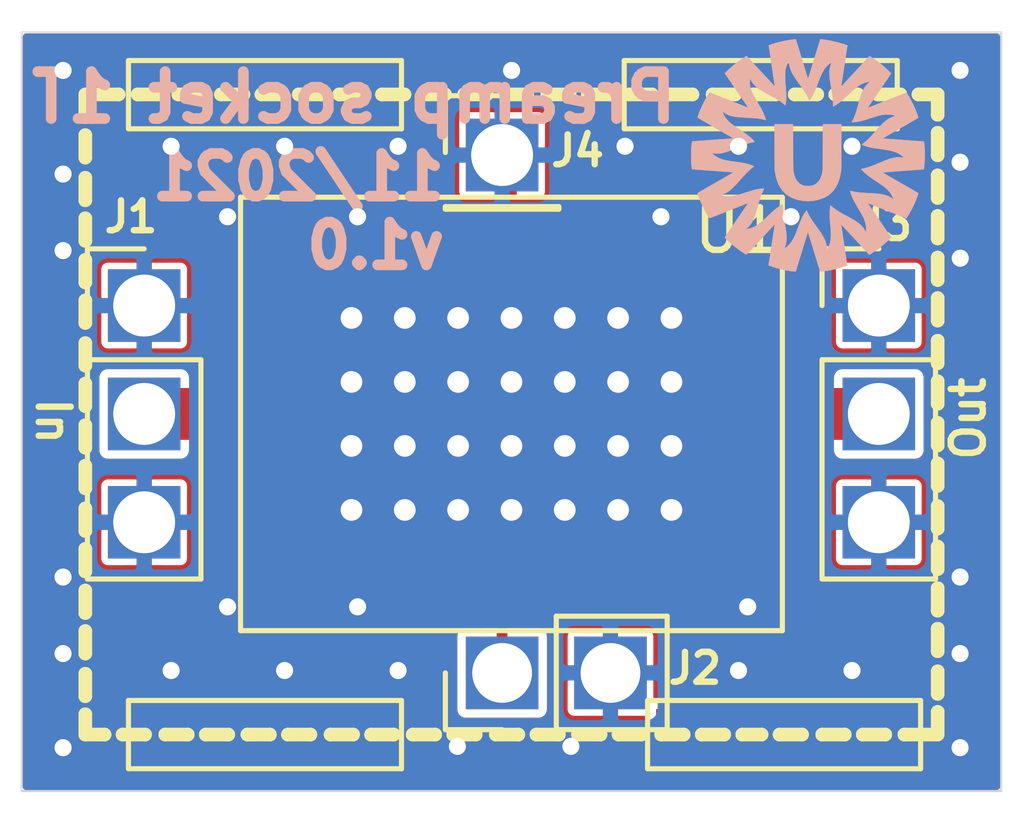
<source format=kicad_pcb>
(kicad_pcb (version 20171130) (host pcbnew "(5.1.12)-1")
  (title_block (date 2021-11-24) (rev v1.0))
  (layers (0 F.Cu signal) (31 B.Cu signal) (34 B.Paste user) (35 F.Paste user) (36 B.SilkS user) (37 F.SilkS user) (38 B.Mask user hide) (39 F.Mask user hide) (44 Edge.Cuts user))
  (net 0 "")
  (net 1 "Net-(J2-Pad1)")
  (net 2 GND)
  (net 3 "Net-(J1-Pad2)")
  (net 4 "Net-(J3-Pad2)")
  (module _Custom:Shield_15mm_20mm (layer F.Cu) (at 157.0136 99.1266)
    (fp_text reference Sh1 hide)
    (fp_text value RF_Shield_One_Piece)
  )
  (module _Custom:S0971-46R-shield_clip (layer F.Cu) (at 163.4136 106.6278 180)
    (fp_text reference S5 hide)
    (fp_text value shield_clip)
    (pad 1 smd rect (at 2 0 180) (size 2 1.2) (layers F.Cu F.Paste F.Mask) (net 2 GND))
    (pad 1 smd rect (at 0 0 180) (size 1.4 1.2) (layers F.Cu F.Paste F.Mask) (net 2 GND))
    (pad 1 smd rect (at -2 0 180) (size 2 1.2) (layers F.Cu F.Paste F.Mask) (net 2 GND))
  )
  (module _Custom:Preci-dip_PinHeader_1x01_rect (layer F.Cu) (at 156.8036 92.9816)
    (fp_text reference J4 (at 1.77 -0.04) (layer F.SilkS) (effects (font (size 0.7 0.7))))
    (fp_text value GND)
    (pad 1 thru_hole rect (at 0 0.0608) (size 1.7 1.7) (drill 1.45) (layers *.Cu *.Mask) (net 2 GND))
  )
  (module _Custom:Preci-dip_PinHeader_1x03_rect (layer F.Cu) (at 165.6336 96.5708)
    (fp_text reference J3 (at 0.1628 -1.8992) (layer F.SilkS) (effects (font (size 0.7 0.7))))
    (fp_text value Out)
    (pad 1 thru_hole rect (at 0 0) (size 1.7 1.7) (drill 1.45) (layers *.Cu *.Mask) (net 2 GND))
    (pad 2 thru_hole rect (at 0 2.54) (size 1.7 1.7) (drill 1.45) (layers *.Cu *.Mask) (net 4 "Net-(J3-Pad2)"))
    (pad 3 thru_hole rect (at 0 5.08) (size 1.7 1.7) (drill 1.45) (layers *.Cu *.Mask) (net 2 GND))
  )
  (module _Custom:Preci-dip_PinHeader_1x03_rect (layer F.Cu) (at 148.4136 96.5708)
    (fp_text reference J1 (at -0.31 -2.0828) (layer F.SilkS) (effects (font (size 0.7 0.7))))
    (fp_text value In)
    (pad 1 thru_hole rect (at 0 0) (size 1.7 1.7) (drill 1.45) (layers *.Cu *.Mask) (net 2 GND))
    (pad 2 thru_hole rect (at 0 2.54) (size 1.7 1.7) (drill 1.45) (layers *.Cu *.Mask) (net 3 "Net-(J1-Pad2)"))
    (pad 3 thru_hole rect (at 0 5.08) (size 1.7 1.7) (drill 1.45) (layers *.Cu *.Mask) (net 2 GND))
  )
  (module _Custom:Preci-dip_PinHeader_1x02_rect (layer F.Cu) (at 156.8036 105.1816 90)
    (fp_text reference J2 (at 0.11 4.52) (layer F.SilkS) (effects (font (size 0.7 0.7))))
    (fp_text value VCC)
    (pad 2 thru_hole rect (at 0 2.54 90) (size 1.7 1.7) (drill 1.4) (layers *.Cu *.Mask) (net 2 GND))
    (pad 1 thru_hole rect (at 0 0 90) (size 1.7 1.7) (drill 1.4) (layers *.Cu *.Mask) (net 1 "Net-(J2-Pad1)"))
  )
  (module _Custom:Preamp_WMA1R0C (layer F.Cu) (at 157.0228 99.1108)
    (fp_text reference U1 (at 5.3 -4.3) (layer F.SilkS))
    (fp_text value Preamp)
    (fp_poly (pts (xy 5.5 -2.3) (xy 4.28 -2.3) (xy 4.28 -2.8) (xy 5.5 -2.8)) (layer F.Cu) (width 0.1))
    (fp_poly (pts (xy -4.29 -2.3) (xy -5.4 -2.3) (xy -5.4 -2.8) (xy -4.29 -2.8)) (layer F.Cu) (width 0.1))
    (fp_poly (pts (xy -4.29 2.8) (xy -5.4 2.8) (xy -5.4 2.3) (xy -4.29 2.3)) (layer F.Cu) (width 0.1))
    (pad 4 thru_hole custom (at 3.75 -2.25) (size 1 1) (drill 0.508) (layers *.Cu *.Mask) (net 2 GND) (options (clearance outline) (anchor circle)) (primitives (gr_poly (pts (xy 0.57 5.49) (xy -8.07 5.49) (xy -8.07 -0.99) (xy 0.57 -0.99)) (width 0.1))))
    (pad 3 smd roundrect (at 6.045 0) (size 1.47 1.47) (layers F.Cu F.Paste F.Mask) (net 4 "Net-(J3-Pad2)"))
    (pad 1 smd roundrect (at -6.045 0) (size 1.47 1.47) (layers F.Cu F.Paste F.Mask) (net 3 "Net-(J1-Pad2)"))
    (pad 4 thru_hole circle (at -3.75 -2.25) (size 1 1) (drill 0.508) (layers *.Cu *.Mask) (net 2 GND))
    (pad 4 thru_hole circle (at -2.5 -2.25) (size 1 1) (drill 0.508) (layers *.Cu *.Mask) (net 2 GND))
    (pad 4 thru_hole circle (at -1.25 -2.25) (size 1 1) (drill 0.508) (layers *.Cu *.Mask) (net 2 GND))
    (pad 4 thru_hole circle (at 1.25 -2.25) (size 1 1) (drill 0.508) (layers *.Cu *.Mask) (net 2 GND))
    (pad 4 thru_hole circle (at 0 -2.25) (size 1 1) (drill 0.508) (layers *.Cu *.Mask) (net 2 GND))
    (pad 4 thru_hole circle (at -3.75 -0.75) (size 1 1) (drill 0.508) (layers *.Cu *.Mask) (net 2 GND))
    (pad 4 thru_hole circle (at -2.5 -0.75) (size 1 1) (drill 0.508) (layers *.Cu *.Mask) (net 2 GND))
    (pad 4 thru_hole circle (at -1.25 -0.75) (size 1 1) (drill 0.508) (layers *.Cu *.Mask) (net 2 GND))
    (pad 4 thru_hole circle (at 3.75 -0.75) (size 1 1) (drill 0.508) (layers *.Cu *.Mask) (net 2 GND))
    (pad 4 thru_hole circle (at 2.5 -0.75) (size 1 1) (drill 0.508) (layers *.Cu *.Mask) (net 2 GND))
    (pad 4 thru_hole circle (at 1.25 -0.75) (size 1 1) (drill 0.508) (layers *.Cu *.Mask) (net 2 GND))
    (pad 4 thru_hole circle (at 0 -0.75) (size 1 1) (drill 0.508) (layers *.Cu *.Mask) (net 2 GND))
    (pad 4 thru_hole circle (at -3.75 2.25) (size 1 1) (drill 0.508) (layers *.Cu *.Mask) (net 2 GND))
    (pad 4 thru_hole circle (at -2.5 2.25) (size 1 1) (drill 0.508) (layers *.Cu *.Mask) (net 2 GND))
    (pad 4 thru_hole circle (at -1.25 2.25) (size 1 1) (drill 0.508) (layers *.Cu *.Mask) (net 2 GND))
    (pad 4 thru_hole circle (at 3.75 2.25) (size 1 1) (drill 0.508) (layers *.Cu *.Mask) (net 2 GND))
    (pad 4 thru_hole circle (at 2.5 2.25) (size 1 1) (drill 0.508) (layers *.Cu *.Mask) (net 2 GND))
    (pad 4 thru_hole circle (at 1.25 2.25) (size 1 1) (drill 0.508) (layers *.Cu *.Mask) (net 2 GND))
    (pad 4 thru_hole circle (at 0 2.25) (size 1 1) (drill 0.508) (layers *.Cu *.Mask) (net 2 GND))
    (pad 4 thru_hole circle (at -3.75 0.75) (size 1 1) (drill 0.508) (layers *.Cu *.Mask) (net 2 GND))
    (pad 4 thru_hole circle (at -2.5 0.75) (size 1 1) (drill 0.508) (layers *.Cu *.Mask) (net 2 GND))
    (pad 4 thru_hole circle (at -1.25 0.75) (size 1 1) (drill 0.508) (layers *.Cu *.Mask) (net 2 GND))
    (pad 4 thru_hole circle (at 3.75 0.75) (size 1 1) (drill 0.508) (layers *.Cu *.Mask) (net 2 GND))
    (pad 4 thru_hole circle (at 2.5 0.75) (size 1 1) (drill 0.508) (layers *.Cu *.Mask) (net 2 GND))
    (pad 4 thru_hole circle (at 1.25 0.75) (size 1 1) (drill 0.508) (layers *.Cu *.Mask) (net 2 GND))
    (pad 4 thru_hole circle (at 0 0.75) (size 1 1) (drill 0.508) (layers *.Cu *.Mask) (net 2 GND))
    (pad 2 smd roundrect (at 6.045 2.54) (size 1.47 1.47) (layers F.Cu F.Paste F.Mask) (net 1 "Net-(J2-Pad1)"))
    (pad 4 smd rect (at -6.045 -2.54) (size 1.47 1.47) (layers F.Cu F.Paste F.Mask) (net 2 GND))
    (pad 4 smd rect (at -6.045 2.54) (size 1.47 1.47) (layers F.Cu F.Paste F.Mask) (net 2 GND))
    (pad 4 smd rect (at 6.03 -2.54) (size 1.47 1.47) (layers F.Cu F.Paste F.Mask) (net 2 GND))
    (pad 4 thru_hole circle (at 2.5 -2.25) (size 1 1) (drill 0.508) (layers *.Cu *.Mask) (net 2 GND))
  )
  (module _Custom:S0971-46R-shield_clip (layer F.Cu) (at 162.866 91.627)
    (fp_text reference S6 hide)
    (fp_text value shield_clip)
    (pad 1 smd rect (at -2 0) (size 2 1.2) (layers F.Cu F.Paste F.Mask) (net 2 GND))
    (pad 1 smd rect (at 0 0) (size 1.4 1.2) (layers F.Cu F.Paste F.Mask) (net 2 GND))
    (pad 1 smd rect (at 2 0) (size 2 1.2) (layers F.Cu F.Paste F.Mask) (net 2 GND))
  )
  (module _Custom:S0971-46R-shield_clip (layer F.Cu) (at 151.245 91.627)
    (fp_text reference S2 hide)
    (fp_text value shield_clip)
    (pad 1 smd rect (at -2 0) (size 2 1.2) (layers F.Cu F.Paste F.Mask) (net 2 GND))
    (pad 1 smd rect (at 0 0) (size 1.4 1.2) (layers F.Cu F.Paste F.Mask) (net 2 GND))
    (pad 1 smd rect (at 2 0) (size 2 1.2) (layers F.Cu F.Paste F.Mask) (net 2 GND))
  )
  (module _Custom:S0971-46R-shield_clip (layer F.Cu) (at 151.245 106.627 180)
    (fp_text reference S4 hide)
    (fp_text value shield_clip)
    (pad 1 smd rect (at -2 0 180) (size 2 1.2) (layers F.Cu F.Paste F.Mask) (net 2 GND))
    (pad 1 smd rect (at 0 0 180) (size 1.4 1.2) (layers F.Cu F.Paste F.Mask) (net 2 GND))
    (pad 1 smd rect (at 2 0 180) (size 2 1.2) (layers F.Cu F.Paste F.Mask) (net 2 GND))
  )
  (module _Custom_footprints:UMC_logo_small (layer B.Cu) (at 163.9728 93.0508 180)
    (fp_text reference G1 hide)
    (fp_text value LOGO hide)
  )
  (gr_text Out (at 167.7308 99.2208 90) (layer F.SilkS) (effects (font (size 0.75 0.75))))
  (gr_text In (at 146.2808 99.2808 270) (layer F.SilkS) (effects (font (size 0.75 0.75))))
  (gr_text "11/2021\nv1.0" (at 155.575 94.361) (layer B.SilkS) (effects (font (size 1 1) (thickness 0.25)) (justify left mirror)))
  (gr_text "Preamp socket 1T" (at 161.0128 91.6908) (layer B.SilkS) (effects (font (size 1.1 1.1) (thickness 0.25)) (justify left mirror)))
  (gr_line (start 145.542 90.17) (end 168.5036 90.17) (layer Edge.Cuts) (width 0.05))
  (gr_line (start 145.542 107.95) (end 145.542 90.17) (layer Edge.Cuts) (width 0.05))
  (gr_line (start 168.5036 107.95) (end 145.542 107.95) (layer Edge.Cuts) (width 0.05))
  (gr_line (start 168.5036 90.17) (end 168.5036 107.95) (layer Edge.Cuts) (width 0.05))
  (segment (start 161.5714 103.1758) (end 163.0206 101.7266) (width 0.25) (layer F.Cu) (net 1))
  (segment (start 157.5256 103.1758) (end 161.5714 103.1758) (width 0.25) (layer F.Cu) (net 1))
  (segment (start 156.8028 105.1808) (end 156.8028 103.8986) (width 0.25) (layer F.Cu) (net 1))
  (segment (start 156.8028 103.8986) (end 157.5256 103.1758) (width 0.25) (layer F.Cu) (net 1))
  (via (at 167.5384 91.059) (size 0.8) (drill 0.4) (layers F.Cu B.Cu) (net 2))
  (via (at 165.0054 92.837) (size 0.8) (drill 0.4) (layers F.Cu B.Cu) (net 2))
  (via (at 159.6854 92.837) (size 0.8) (drill 0.4) (layers F.Cu B.Cu) (net 2))
  (via (at 157.0254 91.059) (size 0.8) (drill 0.4) (layers F.Cu B.Cu) (net 2))
  (via (at 154.3654 92.837) (size 0.8) (drill 0.4) (layers F.Cu B.Cu) (net 2))
  (via (at 149.0454 92.837) (size 0.8) (drill 0.4) (layers F.Cu B.Cu) (net 2))
  (via (at 146.5124 91.059) (size 0.8) (drill 0.4) (layers F.Cu B.Cu) (net 2))
  (via (at 167.5384 93.2108) (size 0.8) (drill 0.4) (layers F.Cu B.Cu) (net 2))
  (via (at 167.5428 95.4608) (size 0.8) (drill 0.4) (layers F.Cu B.Cu) (net 2))
  (via (at 167.5384 102.934) (size 0.8) (drill 0.4) (layers F.Cu B.Cu) (net 2))
  (via (at 167.5384 104.728) (size 0.8) (drill 0.4) (layers F.Cu B.Cu) (net 2))
  (via (at 167.5384 106.934) (size 0.8) (drill 0.4) (layers F.Cu B.Cu) (net 2))
  (via (at 146.5124 93.488) (size 0.8) (drill 0.4) (layers F.Cu B.Cu) (net 2))
  (via (at 146.5124 95.282) (size 0.8) (drill 0.4) (layers F.Cu B.Cu) (net 2))
  (via (at 146.5124 102.934) (size 0.8) (drill 0.4) (layers F.Cu B.Cu) (net 2))
  (via (at 146.5124 104.728) (size 0.8) (drill 0.4) (layers F.Cu B.Cu) (net 2))
  (via (at 165.0054 105.125) (size 0.8) (drill 0.4) (layers F.Cu B.Cu) (net 2))
  (via (at 162.3454 105.125) (size 0.8) (drill 0.4) (layers F.Cu B.Cu) (net 2))
  (via (at 158.4154 106.903) (size 0.8) (drill 0.4) (layers F.Cu B.Cu) (net 2))
  (via (at 155.7554 106.903) (size 0.8) (drill 0.4) (layers F.Cu B.Cu) (net 2))
  (via (at 154.3654 105.125) (size 0.8) (drill 0.4) (layers F.Cu B.Cu) (net 2))
  (via (at 151.7054 105.125) (size 0.8) (drill 0.4) (layers F.Cu B.Cu) (net 2))
  (via (at 149.0454 105.125) (size 0.8) (drill 0.4) (layers F.Cu B.Cu) (net 2))
  (via (at 146.5124 106.934) (size 0.8) (drill 0.4) (layers F.Cu B.Cu) (net 2))
  (via (at 150.368 94.488) (size 0.8) (drill 0.4) (layers F.Cu B.Cu) (net 2))
  (via (at 153.416 94.488) (size 0.8) (drill 0.4) (layers F.Cu B.Cu) (net 2))
  (via (at 160.528 94.488) (size 0.8) (drill 0.4) (layers F.Cu B.Cu) (net 2))
  (via (at 163.576 94.488) (size 0.8) (drill 0.4) (layers F.Cu B.Cu) (net 2))
  (via (at 153.416 103.632) (size 0.8) (drill 0.4) (layers F.Cu B.Cu) (net 2))
  (via (at 150.368 103.632) (size 0.8) (drill 0.4) (layers F.Cu B.Cu) (net 2))
  (via (at 162.56 103.632) (size 0.8) (drill 0.4) (layers F.Cu B.Cu) (net 2))
  (via (at 162.3454 92.837) (size 0.8) (drill 0.4) (layers F.Cu B.Cu) (net 2))
  (via (at 151.7054 92.837) (size 0.8) (drill 0.4) (layers F.Cu B.Cu) (net 2))
  (segment (start 157.0228 93.2616) (end 157.0228 96.8608) (width 0.25) (layer F.Cu) (net 2))
  (segment (start 156.8028 93.0416) (end 157.0228 93.2616) (width 0.25) (layer F.Cu) (net 2))
  (segment (start 148.4136 99.1108) (end 150.9778 99.1108) (width 1.21645) (layer F.Cu) (net 3))
  (segment (start 148.4128 99.11) (end 148.4136 99.1108) (width 0.25) (layer F.Cu) (net 3))
  (segment (start 165.6328 99.11) (end 165.15 99.11) (width 0.25) (layer F.Cu) (net 4))
  (segment (start 165.632 99.1108) (end 165.6328 99.11) (width 0.25) (layer F.Cu) (net 4))
  (segment (start 163.0678 99.1108) (end 165.632 99.1108) (width 1.21645) (layer F.Cu) (net 4))
  (zone (net 2) (net_name GND) (layer F.Cu) (connect_pads (clearance 0)) (min_thickness 0.154) (fill yes (arc_segments 32) (thermal_gap 0.154) (thermal_bridge_width 0.355))
    (polygon (pts (xy 169.037 108.839) (xy 145.034 108.839) (xy 145.034 89.408) (xy 169.037 89.408)))
  )
  (zone (net 2) (net_name GND) (layer B.Cu) (connect_pads (clearance 0)) (min_thickness 0.154) (fill yes (arc_segments 32) (thermal_gap 0.254) (thermal_bridge_width 0.355))
    (polygon (pts (xy 169.037 108.839) (xy 145.034 108.839) (xy 145.034 89.408) (xy 169.037 89.408)))
  )
)
</source>
